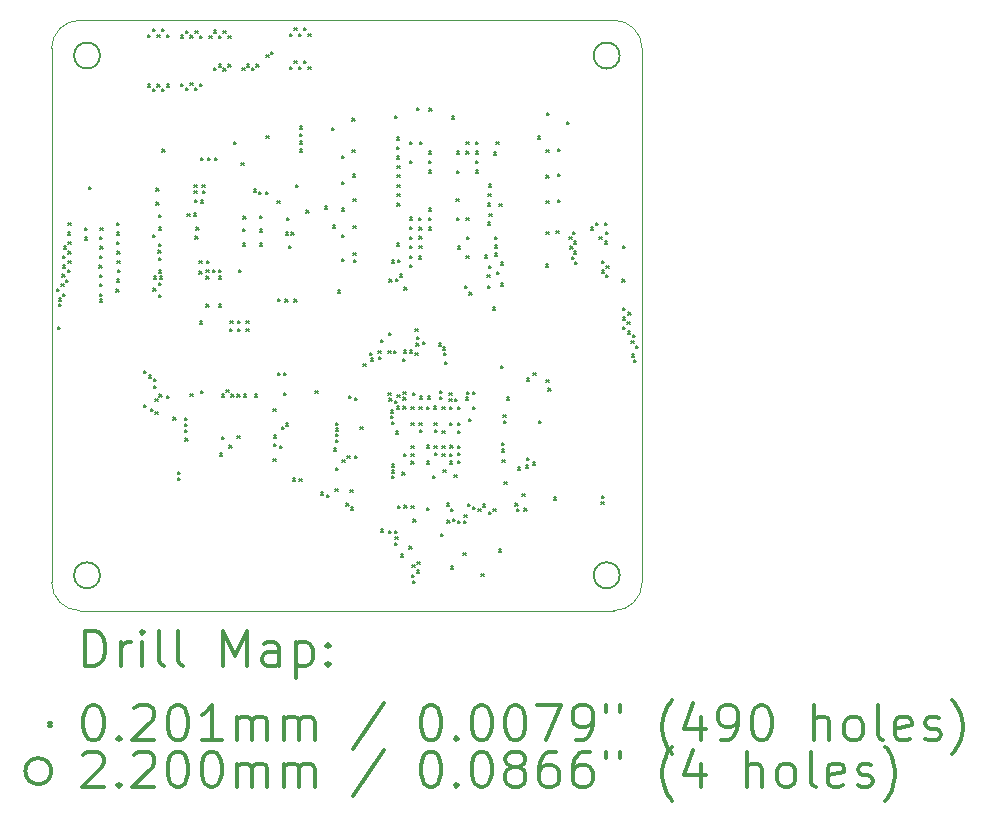
<source format=gbr>
%FSLAX45Y45*%
G04 Gerber Fmt 4.5, Leading zero omitted, Abs format (unit mm)*
G04 Created by KiCad (PCBNEW 5.1.10-88a1d61d58~88~ubuntu20.04.1) date 2021-06-10 18:40:54*
%MOMM*%
%LPD*%
G01*
G04 APERTURE LIST*
%TA.AperFunction,Profile*%
%ADD10C,0.050000*%
%TD*%
%ADD11C,0.200000*%
%ADD12C,0.300000*%
G04 APERTURE END LIST*
D10*
X16500000Y-11410000D02*
G75*
G02*
X16260000Y-11650000I-240000J0D01*
G01*
X11740000Y-11650000D02*
G75*
G02*
X11500000Y-11410000I0J240000D01*
G01*
X16260000Y-6650000D02*
G75*
G02*
X16500000Y-6890000I0J-240000D01*
G01*
X11500000Y-6890000D02*
G75*
G02*
X11740000Y-6650000I240000J0D01*
G01*
X11500000Y-6890000D02*
X11500000Y-7150000D01*
X16260000Y-6650000D02*
X11740000Y-6650000D01*
X16500000Y-11410000D02*
X16500000Y-6890000D01*
X11740000Y-11650000D02*
X16260000Y-11650000D01*
X11500000Y-7150000D02*
X11500000Y-11410000D01*
D11*
X11544967Y-8925967D02*
X11565033Y-8946033D01*
X11565033Y-8925967D02*
X11544967Y-8946033D01*
X11554967Y-9245967D02*
X11575033Y-9266033D01*
X11575033Y-9245967D02*
X11554967Y-9266033D01*
X11560967Y-9003967D02*
X11581033Y-9024033D01*
X11581033Y-9003967D02*
X11560967Y-9024033D01*
X11561466Y-9051965D02*
X11581532Y-9072031D01*
X11581532Y-9051965D02*
X11561466Y-9072031D01*
X11580967Y-8884967D02*
X11601033Y-8905033D01*
X11601033Y-8884967D02*
X11580967Y-8905033D01*
X11590967Y-8802967D02*
X11611033Y-8823033D01*
X11611033Y-8802967D02*
X11590967Y-8823033D01*
X11593967Y-8964967D02*
X11614033Y-8985033D01*
X11614033Y-8964967D02*
X11593967Y-8985033D01*
X11594967Y-8644967D02*
X11615033Y-8665033D01*
X11615033Y-8644967D02*
X11594967Y-8665033D01*
X11595967Y-8724967D02*
X11616033Y-8745033D01*
X11616033Y-8724967D02*
X11595967Y-8745033D01*
X11601967Y-8563967D02*
X11622033Y-8584033D01*
X11622033Y-8563967D02*
X11601967Y-8584033D01*
X11618967Y-8850967D02*
X11639033Y-8871033D01*
X11639033Y-8850967D02*
X11618967Y-8871033D01*
X11637967Y-8764967D02*
X11658033Y-8785033D01*
X11658033Y-8764967D02*
X11637967Y-8785033D01*
X11639967Y-8445967D02*
X11660033Y-8466033D01*
X11660033Y-8445967D02*
X11639967Y-8466033D01*
X11640967Y-8365967D02*
X11661033Y-8386033D01*
X11661033Y-8365967D02*
X11640967Y-8386033D01*
X11640967Y-8606967D02*
X11661033Y-8627033D01*
X11661033Y-8606967D02*
X11640967Y-8627033D01*
X11640967Y-8685967D02*
X11661033Y-8706033D01*
X11661033Y-8685967D02*
X11640967Y-8706033D01*
X11641967Y-8525967D02*
X11662033Y-8546033D01*
X11662033Y-8525967D02*
X11641967Y-8546033D01*
X11778967Y-8488967D02*
X11799033Y-8509033D01*
X11799033Y-8488967D02*
X11778967Y-8509033D01*
X11781466Y-8405967D02*
X11801532Y-8426033D01*
X11801532Y-8405967D02*
X11781466Y-8426033D01*
X11817649Y-8063649D02*
X11837715Y-8083715D01*
X11837715Y-8063649D02*
X11817649Y-8083715D01*
X11904967Y-8725967D02*
X11925033Y-8746033D01*
X11925033Y-8725967D02*
X11904967Y-8746033D01*
X11905967Y-8647967D02*
X11926033Y-8668033D01*
X11926033Y-8647967D02*
X11905967Y-8668033D01*
X11908967Y-8486967D02*
X11929033Y-8507033D01*
X11929033Y-8486967D02*
X11908967Y-8507033D01*
X11909967Y-8804967D02*
X11930033Y-8825033D01*
X11930033Y-8804967D02*
X11909967Y-8825033D01*
X11910967Y-8884967D02*
X11931033Y-8905033D01*
X11931033Y-8884967D02*
X11910967Y-8905033D01*
X11910967Y-8965967D02*
X11931033Y-8986033D01*
X11931033Y-8965967D02*
X11910967Y-8986033D01*
X11910967Y-9013967D02*
X11931033Y-9034033D01*
X11931033Y-9013967D02*
X11910967Y-9034033D01*
X11911967Y-8405967D02*
X11932033Y-8426033D01*
X11932033Y-8405967D02*
X11911967Y-8426033D01*
X11913967Y-8564967D02*
X11934033Y-8585033D01*
X11934033Y-8564967D02*
X11913967Y-8585033D01*
X12047967Y-8927967D02*
X12068033Y-8948033D01*
X12068033Y-8927967D02*
X12047967Y-8948033D01*
X12051967Y-8445967D02*
X12072033Y-8466033D01*
X12072033Y-8445967D02*
X12051967Y-8466033D01*
X12053967Y-8365967D02*
X12074033Y-8386033D01*
X12074033Y-8365967D02*
X12053967Y-8386033D01*
X12054967Y-8527967D02*
X12075033Y-8548033D01*
X12075033Y-8527967D02*
X12054967Y-8548033D01*
X12054967Y-8844967D02*
X12075033Y-8865033D01*
X12075033Y-8844967D02*
X12054967Y-8865033D01*
X12056967Y-8607967D02*
X12077033Y-8628033D01*
X12077033Y-8607967D02*
X12056967Y-8628033D01*
X12057967Y-8687967D02*
X12078033Y-8708033D01*
X12078033Y-8687967D02*
X12057967Y-8708033D01*
X12058967Y-8765967D02*
X12079033Y-8786033D01*
X12079033Y-8765967D02*
X12058967Y-8786033D01*
X12280967Y-9618967D02*
X12301033Y-9639033D01*
X12301033Y-9618967D02*
X12280967Y-9639033D01*
X12280967Y-9905967D02*
X12301033Y-9926033D01*
X12301033Y-9905967D02*
X12280967Y-9926033D01*
X12314967Y-6773967D02*
X12335033Y-6794033D01*
X12335033Y-6773967D02*
X12314967Y-6794033D01*
X12314967Y-7193967D02*
X12335033Y-7214033D01*
X12335033Y-7193967D02*
X12314967Y-7214033D01*
X12323967Y-9655967D02*
X12344033Y-9676033D01*
X12344033Y-9655967D02*
X12323967Y-9676033D01*
X12340961Y-9939648D02*
X12361027Y-9959714D01*
X12361027Y-9939648D02*
X12340961Y-9959714D01*
X12354967Y-6723967D02*
X12375033Y-6744033D01*
X12375033Y-6723967D02*
X12354967Y-6744033D01*
X12354967Y-7233967D02*
X12375033Y-7254033D01*
X12375033Y-7233967D02*
X12354967Y-7254033D01*
X12355967Y-8467967D02*
X12376033Y-8488033D01*
X12376033Y-8467967D02*
X12355967Y-8488033D01*
X12360967Y-8921967D02*
X12381033Y-8942033D01*
X12381033Y-8921967D02*
X12360967Y-8942033D01*
X12362967Y-8817967D02*
X12383033Y-8838033D01*
X12383033Y-8817967D02*
X12362967Y-8838033D01*
X12362967Y-9688967D02*
X12383033Y-9709033D01*
X12383033Y-9688967D02*
X12362967Y-9709033D01*
X12363967Y-9744694D02*
X12384033Y-9764760D01*
X12384033Y-9744694D02*
X12363967Y-9764760D01*
X12376915Y-9854556D02*
X12396981Y-9874622D01*
X12396981Y-9854556D02*
X12376915Y-9874622D01*
X12378967Y-9968967D02*
X12399033Y-9989033D01*
X12399033Y-9968967D02*
X12378967Y-9989033D01*
X12385467Y-8072967D02*
X12405533Y-8093033D01*
X12405533Y-8072967D02*
X12385467Y-8093033D01*
X12385467Y-8192967D02*
X12405533Y-8213033D01*
X12405533Y-8192967D02*
X12385467Y-8213033D01*
X12394967Y-6773967D02*
X12415033Y-6794033D01*
X12415033Y-6773967D02*
X12394967Y-6794033D01*
X12394967Y-7193967D02*
X12415033Y-7214033D01*
X12415033Y-7193967D02*
X12394967Y-7214033D01*
X12402967Y-8600467D02*
X12423033Y-8620533D01*
X12423033Y-8600467D02*
X12402967Y-8620533D01*
X12405467Y-8542967D02*
X12425533Y-8563033D01*
X12425533Y-8542967D02*
X12405467Y-8563033D01*
X12405467Y-8662967D02*
X12425533Y-8683033D01*
X12425533Y-8662967D02*
X12405467Y-8683033D01*
X12405467Y-8767967D02*
X12425533Y-8788033D01*
X12425533Y-8767967D02*
X12405467Y-8788033D01*
X12407967Y-8300467D02*
X12428033Y-8320533D01*
X12428033Y-8300467D02*
X12407967Y-8320533D01*
X12407967Y-8402967D02*
X12428033Y-8423033D01*
X12428033Y-8402967D02*
X12407967Y-8423033D01*
X12407967Y-8875467D02*
X12428033Y-8895533D01*
X12428033Y-8875467D02*
X12407967Y-8895533D01*
X12407967Y-8975804D02*
X12428033Y-8995870D01*
X12428033Y-8975804D02*
X12407967Y-8995870D01*
X12410969Y-9817720D02*
X12431035Y-9837786D01*
X12431035Y-9817720D02*
X12410969Y-9837786D01*
X12413967Y-8819967D02*
X12434033Y-8840033D01*
X12434033Y-8819967D02*
X12413967Y-8840033D01*
X12434967Y-6723967D02*
X12455033Y-6744033D01*
X12455033Y-6723967D02*
X12434967Y-6744033D01*
X12434967Y-7233967D02*
X12455033Y-7254033D01*
X12455033Y-7233967D02*
X12434967Y-7254033D01*
X12437967Y-7742967D02*
X12458033Y-7763033D01*
X12458033Y-7742967D02*
X12437967Y-7763033D01*
X12473967Y-9829967D02*
X12494033Y-9850033D01*
X12494033Y-9829967D02*
X12473967Y-9850033D01*
X12474967Y-6773967D02*
X12495033Y-6794033D01*
X12495033Y-6773967D02*
X12474967Y-6794033D01*
X12474967Y-7193967D02*
X12495033Y-7214033D01*
X12495033Y-7193967D02*
X12474967Y-7214033D01*
X12529967Y-10013967D02*
X12550033Y-10034033D01*
X12550033Y-10013967D02*
X12529967Y-10034033D01*
X12567967Y-10476967D02*
X12588033Y-10497033D01*
X12588033Y-10476967D02*
X12567967Y-10497033D01*
X12568988Y-10524956D02*
X12589054Y-10545022D01*
X12589054Y-10524956D02*
X12568988Y-10545022D01*
X12594967Y-6779967D02*
X12615033Y-6800033D01*
X12615033Y-6779967D02*
X12594967Y-6800033D01*
X12594967Y-7189967D02*
X12615033Y-7210033D01*
X12615033Y-7189967D02*
X12594967Y-7210033D01*
X12627967Y-10016967D02*
X12648033Y-10037033D01*
X12648033Y-10016967D02*
X12627967Y-10037033D01*
X12628967Y-10066967D02*
X12649033Y-10087033D01*
X12649033Y-10066967D02*
X12628967Y-10087033D01*
X12629967Y-10117967D02*
X12650033Y-10138033D01*
X12650033Y-10117967D02*
X12629967Y-10138033D01*
X12630967Y-10189967D02*
X12651033Y-10210033D01*
X12651033Y-10189967D02*
X12630967Y-10210033D01*
X12634967Y-6741967D02*
X12655033Y-6762033D01*
X12655033Y-6741967D02*
X12634967Y-6762033D01*
X12634967Y-7221967D02*
X12655033Y-7242033D01*
X12655033Y-7221967D02*
X12634967Y-7242033D01*
X12648967Y-8288967D02*
X12669033Y-8309033D01*
X12669033Y-8288967D02*
X12648967Y-8309033D01*
X12673967Y-9814967D02*
X12694033Y-9835033D01*
X12694033Y-9814967D02*
X12673967Y-9835033D01*
X12674967Y-6779967D02*
X12695033Y-6800033D01*
X12695033Y-6779967D02*
X12674967Y-6800033D01*
X12674967Y-7182967D02*
X12695033Y-7203033D01*
X12695033Y-7182967D02*
X12674967Y-7203033D01*
X12703967Y-8286967D02*
X12724033Y-8307033D01*
X12724033Y-8286967D02*
X12703967Y-8307033D01*
X12707967Y-8045467D02*
X12728033Y-8065533D01*
X12728033Y-8045467D02*
X12707967Y-8065533D01*
X12707967Y-8095467D02*
X12728033Y-8115533D01*
X12728033Y-8095467D02*
X12707967Y-8115533D01*
X12710467Y-8172967D02*
X12730533Y-8193033D01*
X12730533Y-8172967D02*
X12710467Y-8193033D01*
X12714967Y-7223967D02*
X12735033Y-7244033D01*
X12735033Y-7223967D02*
X12714967Y-7244033D01*
X12715967Y-6739967D02*
X12736033Y-6760033D01*
X12736033Y-6739967D02*
X12715967Y-6760033D01*
X12715967Y-8481967D02*
X12736033Y-8502033D01*
X12736033Y-8481967D02*
X12715967Y-8502033D01*
X12725467Y-8402967D02*
X12745533Y-8423033D01*
X12745533Y-8402967D02*
X12725467Y-8423033D01*
X12750467Y-8687967D02*
X12770533Y-8708033D01*
X12770533Y-8687967D02*
X12750467Y-8708033D01*
X12750467Y-8775467D02*
X12770533Y-8795533D01*
X12770533Y-8775467D02*
X12750467Y-8795533D01*
X12752967Y-9200467D02*
X12773033Y-9220533D01*
X12773033Y-9200467D02*
X12752967Y-9220533D01*
X12754967Y-6780967D02*
X12775033Y-6801033D01*
X12775033Y-6780967D02*
X12754967Y-6801033D01*
X12754967Y-7187967D02*
X12775033Y-7208033D01*
X12775033Y-7187967D02*
X12754967Y-7208033D01*
X12762967Y-7815467D02*
X12783033Y-7835533D01*
X12783033Y-7815467D02*
X12762967Y-7835533D01*
X12763967Y-9789967D02*
X12784033Y-9810033D01*
X12784033Y-9789967D02*
X12763967Y-9810033D01*
X12765467Y-8175467D02*
X12785533Y-8195533D01*
X12785533Y-8175467D02*
X12765467Y-8195533D01*
X12775467Y-8045467D02*
X12795533Y-8065533D01*
X12795533Y-8045467D02*
X12775467Y-8065533D01*
X12777967Y-8095467D02*
X12798033Y-8115533D01*
X12798033Y-8095467D02*
X12777967Y-8115533D01*
X12810967Y-8763967D02*
X12831033Y-8784033D01*
X12831033Y-8763967D02*
X12810967Y-8784033D01*
X12810967Y-8817967D02*
X12831033Y-8838033D01*
X12831033Y-8817967D02*
X12810967Y-8838033D01*
X12811348Y-9056349D02*
X12831414Y-9076415D01*
X12831414Y-9056349D02*
X12811348Y-9076415D01*
X12812967Y-8685467D02*
X12833033Y-8705533D01*
X12833033Y-8685467D02*
X12812967Y-8705533D01*
X12820467Y-7815467D02*
X12840533Y-7835533D01*
X12840533Y-7815467D02*
X12820467Y-7835533D01*
X12835967Y-6781967D02*
X12856033Y-6802033D01*
X12856033Y-6781967D02*
X12835967Y-6802033D01*
X12863967Y-8763967D02*
X12884033Y-8784033D01*
X12884033Y-8763967D02*
X12863967Y-8784033D01*
X12874967Y-7053967D02*
X12895033Y-7074033D01*
X12895033Y-7053967D02*
X12874967Y-7074033D01*
X12875967Y-6735967D02*
X12896033Y-6756033D01*
X12896033Y-6735967D02*
X12875967Y-6756033D01*
X12880467Y-7815467D02*
X12900533Y-7835533D01*
X12900533Y-7815467D02*
X12880467Y-7835533D01*
X12914967Y-6781967D02*
X12935033Y-6802033D01*
X12935033Y-6781967D02*
X12914967Y-6802033D01*
X12915467Y-8820467D02*
X12935533Y-8840533D01*
X12935533Y-8820467D02*
X12915467Y-8840533D01*
X12915467Y-9055467D02*
X12935533Y-9075533D01*
X12935533Y-9055467D02*
X12915467Y-9075533D01*
X12915967Y-7022967D02*
X12936033Y-7043033D01*
X12936033Y-7022967D02*
X12915967Y-7043033D01*
X12917967Y-8765467D02*
X12938033Y-8785533D01*
X12938033Y-8765467D02*
X12917967Y-8785533D01*
X12923967Y-10316967D02*
X12944033Y-10337033D01*
X12944033Y-10316967D02*
X12923967Y-10337033D01*
X12939967Y-9818150D02*
X12960033Y-9838216D01*
X12960033Y-9818150D02*
X12939967Y-9838216D01*
X12939967Y-10175967D02*
X12960033Y-10196033D01*
X12960033Y-10175967D02*
X12939967Y-10196033D01*
X12954967Y-6740967D02*
X12975033Y-6761033D01*
X12975033Y-6740967D02*
X12954967Y-6761033D01*
X12954967Y-7056967D02*
X12975033Y-7077033D01*
X12975033Y-7056967D02*
X12954967Y-7077033D01*
X12978967Y-9781206D02*
X12999033Y-9801272D01*
X12999033Y-9781206D02*
X12978967Y-9801272D01*
X12995967Y-6781967D02*
X13016033Y-6802033D01*
X13016033Y-6781967D02*
X12995967Y-6802033D01*
X12995967Y-7022967D02*
X13016033Y-7043033D01*
X13016033Y-7022967D02*
X12995967Y-7043033D01*
X13004967Y-10249967D02*
X13025033Y-10270033D01*
X13025033Y-10249967D02*
X13004967Y-10270033D01*
X13010467Y-9265467D02*
X13030533Y-9285533D01*
X13030533Y-9265467D02*
X13010467Y-9285533D01*
X13012967Y-9197967D02*
X13033033Y-9218033D01*
X13033033Y-9197967D02*
X13012967Y-9218033D01*
X13022967Y-9818150D02*
X13043033Y-9838216D01*
X13043033Y-9818150D02*
X13022967Y-9838216D01*
X13042967Y-7677967D02*
X13063033Y-7698033D01*
X13063033Y-7677967D02*
X13042967Y-7698033D01*
X13073967Y-9818150D02*
X13094033Y-9838216D01*
X13094033Y-9818150D02*
X13073967Y-9838216D01*
X13073967Y-10166967D02*
X13094033Y-10187033D01*
X13094033Y-10166967D02*
X13073967Y-10187033D01*
X13075467Y-9197967D02*
X13095533Y-9218033D01*
X13095533Y-9197967D02*
X13075467Y-9218033D01*
X13075467Y-9265467D02*
X13095533Y-9285533D01*
X13095533Y-9265467D02*
X13075467Y-9285533D01*
X13083967Y-8763967D02*
X13104033Y-8784033D01*
X13104033Y-8763967D02*
X13083967Y-8784033D01*
X13105967Y-7858967D02*
X13126033Y-7879033D01*
X13126033Y-7858967D02*
X13105967Y-7879033D01*
X13115967Y-7055967D02*
X13136033Y-7076033D01*
X13136033Y-7055967D02*
X13115967Y-7076033D01*
X13120467Y-8417967D02*
X13140533Y-8438033D01*
X13140533Y-8417967D02*
X13120467Y-8438033D01*
X13120467Y-8540467D02*
X13140533Y-8560533D01*
X13140533Y-8540467D02*
X13120467Y-8560533D01*
X13122967Y-8310467D02*
X13143033Y-8330533D01*
X13143033Y-8310467D02*
X13122967Y-8330533D01*
X13124967Y-9818150D02*
X13145033Y-9838216D01*
X13145033Y-9818150D02*
X13124967Y-9838216D01*
X13147967Y-9197967D02*
X13168033Y-9218033D01*
X13168033Y-9197967D02*
X13147967Y-9218033D01*
X13147967Y-9265467D02*
X13168033Y-9285533D01*
X13168033Y-9265467D02*
X13147967Y-9285533D01*
X13153967Y-7022967D02*
X13174033Y-7043033D01*
X13174033Y-7022967D02*
X13153967Y-7043033D01*
X13194967Y-7053967D02*
X13215033Y-7074033D01*
X13215033Y-7053967D02*
X13194967Y-7074033D01*
X13212468Y-8081655D02*
X13232534Y-8101721D01*
X13232534Y-8081655D02*
X13212468Y-8101721D01*
X13222967Y-9818150D02*
X13243033Y-9838216D01*
X13243033Y-9818150D02*
X13222967Y-9838216D01*
X13234967Y-7023967D02*
X13255033Y-7044033D01*
X13255033Y-7023967D02*
X13234967Y-7044033D01*
X13254967Y-8103967D02*
X13275033Y-8124033D01*
X13275033Y-8103967D02*
X13254967Y-8124033D01*
X13260467Y-8307967D02*
X13280533Y-8328033D01*
X13280533Y-8307967D02*
X13260467Y-8328033D01*
X13260467Y-8421967D02*
X13280533Y-8442033D01*
X13280533Y-8421967D02*
X13260467Y-8442033D01*
X13260967Y-8540467D02*
X13281033Y-8560533D01*
X13281033Y-8540467D02*
X13260967Y-8560533D01*
X13311967Y-8105967D02*
X13332033Y-8126033D01*
X13332033Y-8105967D02*
X13311967Y-8126033D01*
X13316967Y-6945967D02*
X13337033Y-6966033D01*
X13337033Y-6945967D02*
X13316967Y-6966033D01*
X13317967Y-7627967D02*
X13338033Y-7648033D01*
X13338033Y-7627967D02*
X13317967Y-7648033D01*
X13355967Y-6916967D02*
X13376033Y-6937033D01*
X13376033Y-6916967D02*
X13355967Y-6937033D01*
X13376967Y-10365967D02*
X13397033Y-10386033D01*
X13397033Y-10365967D02*
X13376967Y-10386033D01*
X13377967Y-9940299D02*
X13398033Y-9960365D01*
X13398033Y-9940299D02*
X13377967Y-9960365D01*
X13380967Y-10165967D02*
X13401033Y-10186033D01*
X13401033Y-10165967D02*
X13380967Y-10186033D01*
X13383967Y-10237967D02*
X13404033Y-10258033D01*
X13404033Y-10237967D02*
X13383967Y-10258033D01*
X13409967Y-8177967D02*
X13430033Y-8198033D01*
X13430033Y-8177967D02*
X13409967Y-8198033D01*
X13412967Y-9010467D02*
X13433033Y-9030533D01*
X13433033Y-9010467D02*
X13412967Y-9030533D01*
X13417802Y-9634872D02*
X13437868Y-9654938D01*
X13437868Y-9634872D02*
X13417802Y-9654938D01*
X13430662Y-10252467D02*
X13450728Y-10272533D01*
X13450728Y-10252467D02*
X13430662Y-10272533D01*
X13447967Y-10095967D02*
X13468033Y-10116033D01*
X13468033Y-10095967D02*
X13447967Y-10116033D01*
X13466967Y-9805967D02*
X13487033Y-9826033D01*
X13487033Y-9805967D02*
X13466967Y-9826033D01*
X13467967Y-9634872D02*
X13488033Y-9654938D01*
X13488033Y-9634872D02*
X13467967Y-9654938D01*
X13480467Y-9012967D02*
X13500533Y-9033033D01*
X13500533Y-9012967D02*
X13480467Y-9033033D01*
X13481967Y-8447967D02*
X13502033Y-8468033D01*
X13502033Y-8447967D02*
X13481967Y-8468033D01*
X13485720Y-10062933D02*
X13505786Y-10082999D01*
X13505786Y-10062933D02*
X13485720Y-10082999D01*
X13490467Y-8322967D02*
X13510533Y-8343033D01*
X13510533Y-8322967D02*
X13490467Y-8343033D01*
X13509967Y-8559967D02*
X13530033Y-8580033D01*
X13530033Y-8559967D02*
X13509967Y-8580033D01*
X13514967Y-6763967D02*
X13535033Y-6784033D01*
X13535033Y-6763967D02*
X13514967Y-6784033D01*
X13514967Y-7043967D02*
X13535033Y-7064033D01*
X13535033Y-7043967D02*
X13514967Y-7064033D01*
X13530967Y-8447967D02*
X13551033Y-8468033D01*
X13551033Y-8447967D02*
X13530967Y-8468033D01*
X13540967Y-10529967D02*
X13561033Y-10550033D01*
X13561033Y-10529967D02*
X13540967Y-10550033D01*
X13554967Y-6713967D02*
X13575033Y-6734033D01*
X13575033Y-6713967D02*
X13554967Y-6734033D01*
X13554967Y-6993967D02*
X13575033Y-7014033D01*
X13575033Y-6993967D02*
X13554967Y-7014033D01*
X13555467Y-9012967D02*
X13575533Y-9033033D01*
X13575533Y-9012967D02*
X13555467Y-9033033D01*
X13567967Y-8042967D02*
X13588033Y-8063033D01*
X13588033Y-8042967D02*
X13567967Y-8063033D01*
X13594967Y-6763967D02*
X13615033Y-6784033D01*
X13615033Y-6763967D02*
X13594967Y-6784033D01*
X13594967Y-7043967D02*
X13615033Y-7064033D01*
X13615033Y-7043967D02*
X13594967Y-7064033D01*
X13597967Y-10532129D02*
X13618033Y-10552195D01*
X13618033Y-10532129D02*
X13597967Y-10552195D01*
X13600467Y-7547967D02*
X13620533Y-7568033D01*
X13620533Y-7547967D02*
X13600467Y-7568033D01*
X13600467Y-7610467D02*
X13620533Y-7630533D01*
X13620533Y-7610467D02*
X13600467Y-7630533D01*
X13600467Y-7675467D02*
X13620533Y-7695533D01*
X13620533Y-7675467D02*
X13600467Y-7695533D01*
X13600467Y-7742967D02*
X13620533Y-7763033D01*
X13620533Y-7742967D02*
X13600467Y-7763033D01*
X13634967Y-6713967D02*
X13655033Y-6734033D01*
X13655033Y-6713967D02*
X13634967Y-6734033D01*
X13634967Y-6993967D02*
X13655033Y-7014033D01*
X13655033Y-6993967D02*
X13634967Y-7014033D01*
X13655967Y-8258939D02*
X13676033Y-8279005D01*
X13676033Y-8258939D02*
X13655967Y-8279005D01*
X13674967Y-6763967D02*
X13695033Y-6784033D01*
X13695033Y-6763967D02*
X13674967Y-6784033D01*
X13674967Y-7043967D02*
X13695033Y-7064033D01*
X13695033Y-7043967D02*
X13674967Y-7064033D01*
X13734340Y-9786967D02*
X13754406Y-9807033D01*
X13754406Y-9786967D02*
X13734340Y-9807033D01*
X13781093Y-10648733D02*
X13801159Y-10668799D01*
X13801159Y-10648733D02*
X13781093Y-10668799D01*
X13811967Y-8224967D02*
X13832033Y-8245033D01*
X13832033Y-8224967D02*
X13811967Y-8245033D01*
X13827776Y-10671594D02*
X13847842Y-10691660D01*
X13847842Y-10671594D02*
X13827776Y-10691660D01*
X13871967Y-7560967D02*
X13892033Y-7581033D01*
X13892033Y-7560967D02*
X13871967Y-7581033D01*
X13882967Y-8385967D02*
X13903033Y-8406033D01*
X13903033Y-8385967D02*
X13882967Y-8406033D01*
X13888715Y-10274257D02*
X13908781Y-10294323D01*
X13908781Y-10274257D02*
X13888715Y-10294323D01*
X13900801Y-10618130D02*
X13920867Y-10638196D01*
X13920867Y-10618130D02*
X13900801Y-10638196D01*
X13903967Y-10439967D02*
X13924033Y-10460033D01*
X13924033Y-10439967D02*
X13903967Y-10460033D01*
X13904942Y-10155022D02*
X13925008Y-10175088D01*
X13925008Y-10155022D02*
X13904942Y-10175088D01*
X13905075Y-10203022D02*
X13925141Y-10223088D01*
X13925141Y-10203022D02*
X13905075Y-10223088D01*
X13906201Y-10107038D02*
X13926267Y-10127104D01*
X13926267Y-10107038D02*
X13906201Y-10127104D01*
X13907054Y-10059046D02*
X13927120Y-10079112D01*
X13927120Y-10059046D02*
X13907054Y-10079112D01*
X13925967Y-8937967D02*
X13946033Y-8958033D01*
X13946033Y-8937967D02*
X13925967Y-8958033D01*
X13956967Y-7800967D02*
X13977033Y-7821033D01*
X13977033Y-7800967D02*
X13956967Y-7821033D01*
X13956967Y-8016967D02*
X13977033Y-8037033D01*
X13977033Y-8016967D02*
X13956967Y-8037033D01*
X13956967Y-8241967D02*
X13977033Y-8262033D01*
X13977033Y-8241967D02*
X13956967Y-8262033D01*
X13957967Y-8469967D02*
X13978033Y-8490033D01*
X13978033Y-8469967D02*
X13957967Y-8490033D01*
X13958967Y-8668967D02*
X13979033Y-8689033D01*
X13979033Y-8668967D02*
X13958967Y-8689033D01*
X13960967Y-10372467D02*
X13981033Y-10392533D01*
X13981033Y-10372467D02*
X13960967Y-10392533D01*
X13995967Y-10740632D02*
X14016033Y-10760698D01*
X14016033Y-10740632D02*
X13995967Y-10760698D01*
X14005075Y-10336467D02*
X14025141Y-10356533D01*
X14025141Y-10336467D02*
X14005075Y-10356533D01*
X14015967Y-9831967D02*
X14036033Y-9852033D01*
X14036033Y-9831967D02*
X14015967Y-9852033D01*
X14028298Y-10625262D02*
X14048364Y-10645328D01*
X14048364Y-10625262D02*
X14028298Y-10645328D01*
X14033454Y-10773967D02*
X14053520Y-10794033D01*
X14053520Y-10773967D02*
X14033454Y-10794033D01*
X14044967Y-7479967D02*
X14065033Y-7500033D01*
X14065033Y-7479967D02*
X14044967Y-7500033D01*
X14045967Y-7746967D02*
X14066033Y-7767033D01*
X14066033Y-7746967D02*
X14045967Y-7767033D01*
X14052967Y-7953967D02*
X14073033Y-7974033D01*
X14073033Y-7953967D02*
X14052967Y-7974033D01*
X14053967Y-8161967D02*
X14074033Y-8182033D01*
X14074033Y-8161967D02*
X14053967Y-8182033D01*
X14053967Y-8390967D02*
X14074033Y-8411033D01*
X14074033Y-8390967D02*
X14053967Y-8411033D01*
X14053967Y-8619967D02*
X14074033Y-8640033D01*
X14074033Y-8619967D02*
X14053967Y-8640033D01*
X14056967Y-8678967D02*
X14077033Y-8699033D01*
X14077033Y-8678967D02*
X14056967Y-8699033D01*
X14066967Y-10336467D02*
X14087033Y-10356533D01*
X14087033Y-10336467D02*
X14066967Y-10356533D01*
X14069967Y-9846967D02*
X14090033Y-9867033D01*
X14090033Y-9846967D02*
X14069967Y-9867033D01*
X14113967Y-10091967D02*
X14134033Y-10112033D01*
X14134033Y-10091967D02*
X14113967Y-10112033D01*
X14139967Y-9559967D02*
X14160033Y-9580033D01*
X14160033Y-9559967D02*
X14139967Y-9580033D01*
X14193818Y-9466162D02*
X14213884Y-9486228D01*
X14213884Y-9466162D02*
X14193818Y-9486228D01*
X14202578Y-9513356D02*
X14222644Y-9533422D01*
X14222644Y-9513356D02*
X14202578Y-9533422D01*
X14267787Y-9452016D02*
X14287853Y-9472082D01*
X14287853Y-9452016D02*
X14267787Y-9472082D01*
X14269967Y-9499967D02*
X14290033Y-9520033D01*
X14290033Y-9499967D02*
X14269967Y-9520033D01*
X14285967Y-9354967D02*
X14306033Y-9375033D01*
X14306033Y-9354967D02*
X14285967Y-9375033D01*
X14285967Y-10961480D02*
X14306033Y-10981546D01*
X14306033Y-10961480D02*
X14285967Y-10981546D01*
X14349967Y-9448967D02*
X14370033Y-9469033D01*
X14370033Y-9448967D02*
X14349967Y-9469033D01*
X14350952Y-9805078D02*
X14371018Y-9825144D01*
X14371018Y-9805078D02*
X14350952Y-9825144D01*
X14354285Y-10974285D02*
X14374351Y-10994351D01*
X14374351Y-10974285D02*
X14354285Y-10994351D01*
X14355480Y-9296967D02*
X14375546Y-9317033D01*
X14375546Y-9296967D02*
X14355480Y-9317033D01*
X14358576Y-9852265D02*
X14378642Y-9872331D01*
X14378642Y-9852265D02*
X14358576Y-9872331D01*
X14359967Y-8845967D02*
X14380033Y-8866033D01*
X14380033Y-8845967D02*
X14359967Y-8866033D01*
X14371967Y-9954467D02*
X14392033Y-9974533D01*
X14392033Y-9954467D02*
X14371967Y-9974533D01*
X14371967Y-10002467D02*
X14392033Y-10022533D01*
X14392033Y-10002467D02*
X14371967Y-10022533D01*
X14379967Y-10409967D02*
X14400033Y-10430033D01*
X14400033Y-10409967D02*
X14379967Y-10430033D01*
X14379967Y-10461967D02*
X14400033Y-10482033D01*
X14400033Y-10461967D02*
X14379967Y-10482033D01*
X14379967Y-10509967D02*
X14400033Y-10530033D01*
X14400033Y-10509967D02*
X14379967Y-10530033D01*
X14381967Y-8682967D02*
X14402033Y-8703033D01*
X14402033Y-8682967D02*
X14381967Y-8703033D01*
X14382380Y-10049324D02*
X14402446Y-10069390D01*
X14402446Y-10049324D02*
X14382380Y-10069390D01*
X14397948Y-9447596D02*
X14418014Y-9467662D01*
X14418014Y-9447596D02*
X14397948Y-9467662D01*
X14405104Y-10975104D02*
X14425170Y-10995170D01*
X14425170Y-10975104D02*
X14405104Y-10995170D01*
X14406967Y-7460967D02*
X14427033Y-7481033D01*
X14427033Y-7460967D02*
X14406967Y-7481033D01*
X14406967Y-9874967D02*
X14427033Y-9895033D01*
X14427033Y-9874967D02*
X14406967Y-9895033D01*
X14408671Y-11075974D02*
X14428737Y-11096040D01*
X14428737Y-11075974D02*
X14408671Y-11096040D01*
X14410282Y-11025001D02*
X14430348Y-11045067D01*
X14430348Y-11025001D02*
X14410282Y-11045067D01*
X14411967Y-10129967D02*
X14432033Y-10150033D01*
X14432033Y-10129967D02*
X14411967Y-10150033D01*
X14416967Y-8841967D02*
X14437033Y-8862033D01*
X14437033Y-8841967D02*
X14416967Y-8862033D01*
X14421967Y-8539967D02*
X14442033Y-8560033D01*
X14442033Y-8539967D02*
X14421967Y-8560033D01*
X14423967Y-7642967D02*
X14444033Y-7663033D01*
X14444033Y-7642967D02*
X14423967Y-7663033D01*
X14423967Y-7721967D02*
X14444033Y-7742033D01*
X14444033Y-7721967D02*
X14423967Y-7742033D01*
X14423967Y-7801967D02*
X14444033Y-7822033D01*
X14444033Y-7801967D02*
X14423967Y-7822033D01*
X14425659Y-9921135D02*
X14445725Y-9941201D01*
X14445725Y-9921135D02*
X14425659Y-9941201D01*
X14425967Y-7881967D02*
X14446033Y-7902033D01*
X14446033Y-7881967D02*
X14425967Y-7902033D01*
X14425967Y-7961967D02*
X14446033Y-7982033D01*
X14446033Y-7961967D02*
X14425967Y-7982033D01*
X14425967Y-8122967D02*
X14446033Y-8143033D01*
X14446033Y-8122967D02*
X14425967Y-8143033D01*
X14426967Y-8041967D02*
X14447033Y-8062033D01*
X14447033Y-8041967D02*
X14426967Y-8062033D01*
X14426967Y-8201967D02*
X14447033Y-8222033D01*
X14447033Y-8201967D02*
X14426967Y-8222033D01*
X14426967Y-9824967D02*
X14447033Y-9845033D01*
X14447033Y-9824967D02*
X14426967Y-9845033D01*
X14429967Y-10759967D02*
X14450033Y-10780033D01*
X14450033Y-10759967D02*
X14429967Y-10780033D01*
X14433967Y-8681967D02*
X14454033Y-8702033D01*
X14454033Y-8681967D02*
X14433967Y-8702033D01*
X14450967Y-8801967D02*
X14471033Y-8822033D01*
X14471033Y-8801967D02*
X14450967Y-8822033D01*
X14456967Y-11173967D02*
X14477033Y-11194033D01*
X14477033Y-11173967D02*
X14456967Y-11194033D01*
X14468967Y-10479967D02*
X14489033Y-10500033D01*
X14489033Y-10479967D02*
X14468967Y-10500033D01*
X14473967Y-9519967D02*
X14494033Y-9540033D01*
X14494033Y-9519967D02*
X14473967Y-9540033D01*
X14476967Y-9794967D02*
X14497033Y-9815033D01*
X14497033Y-9794967D02*
X14476967Y-9815033D01*
X14476967Y-9842967D02*
X14497033Y-9863033D01*
X14497033Y-9842967D02*
X14476967Y-9863033D01*
X14476967Y-9919967D02*
X14497033Y-9940033D01*
X14497033Y-9919967D02*
X14476967Y-9940033D01*
X14481967Y-10319967D02*
X14502033Y-10340033D01*
X14502033Y-10319967D02*
X14481967Y-10340033D01*
X14483967Y-9445967D02*
X14504033Y-9466033D01*
X14504033Y-9445967D02*
X14483967Y-9466033D01*
X14484967Y-8911967D02*
X14505033Y-8932033D01*
X14505033Y-8911967D02*
X14484967Y-8932033D01*
X14485967Y-10757967D02*
X14506033Y-10778033D01*
X14506033Y-10757967D02*
X14485967Y-10778033D01*
X14528967Y-11104967D02*
X14549033Y-11125033D01*
X14549033Y-11104967D02*
X14528967Y-11125033D01*
X14531967Y-8401967D02*
X14552033Y-8422033D01*
X14552033Y-8401967D02*
X14531967Y-8422033D01*
X14532453Y-8721967D02*
X14552519Y-8742033D01*
X14552519Y-8721967D02*
X14532453Y-8742033D01*
X14532967Y-8560967D02*
X14553033Y-8581033D01*
X14553033Y-8560967D02*
X14532967Y-8581033D01*
X14532967Y-9446967D02*
X14553033Y-9467033D01*
X14553033Y-9446967D02*
X14532967Y-9467033D01*
X14533967Y-7681967D02*
X14554033Y-7702033D01*
X14554033Y-7681967D02*
X14533967Y-7702033D01*
X14533967Y-7840967D02*
X14554033Y-7861033D01*
X14554033Y-7840967D02*
X14533967Y-7861033D01*
X14533967Y-8483967D02*
X14554033Y-8504033D01*
X14554033Y-8483967D02*
X14533967Y-8504033D01*
X14533967Y-8642967D02*
X14554033Y-8663033D01*
X14554033Y-8642967D02*
X14533967Y-8663033D01*
X14534967Y-8320967D02*
X14555033Y-8341033D01*
X14555033Y-8320967D02*
X14534967Y-8341033D01*
X14544967Y-10254967D02*
X14565033Y-10275033D01*
X14565033Y-10254967D02*
X14544967Y-10275033D01*
X14544967Y-10759967D02*
X14565033Y-10780033D01*
X14565033Y-10759967D02*
X14544967Y-10780033D01*
X14546967Y-9924967D02*
X14567033Y-9945033D01*
X14567033Y-9924967D02*
X14546967Y-9945033D01*
X14546967Y-10059967D02*
X14567033Y-10080033D01*
X14567033Y-10059967D02*
X14546967Y-10080033D01*
X14546967Y-10319967D02*
X14567033Y-10340033D01*
X14567033Y-10319967D02*
X14546967Y-10340033D01*
X14546967Y-10384967D02*
X14567033Y-10405033D01*
X14567033Y-10384967D02*
X14546967Y-10405033D01*
X14552075Y-11345667D02*
X14572141Y-11365733D01*
X14572141Y-11345667D02*
X14552075Y-11365733D01*
X14554294Y-11262385D02*
X14574360Y-11282451D01*
X14574360Y-11262385D02*
X14554294Y-11282451D01*
X14556967Y-9804967D02*
X14577033Y-9825033D01*
X14577033Y-9804967D02*
X14556967Y-9825033D01*
X14557898Y-11395493D02*
X14577964Y-11415559D01*
X14577964Y-11395493D02*
X14557898Y-11415559D01*
X14561477Y-10876480D02*
X14581543Y-10896546D01*
X14581543Y-10876480D02*
X14561477Y-10896546D01*
X14578967Y-9465967D02*
X14599033Y-9486033D01*
X14599033Y-9465967D02*
X14578967Y-9486033D01*
X14580967Y-9265967D02*
X14601033Y-9286033D01*
X14601033Y-9265967D02*
X14580967Y-9286033D01*
X14586967Y-9384967D02*
X14607033Y-9405033D01*
X14607033Y-9384967D02*
X14586967Y-9405033D01*
X14590967Y-11309155D02*
X14611033Y-11329221D01*
X14611033Y-11309155D02*
X14590967Y-11329221D01*
X14594967Y-7393967D02*
X14615033Y-7414033D01*
X14615033Y-7393967D02*
X14594967Y-7414033D01*
X14594967Y-9328967D02*
X14615033Y-9349033D01*
X14615033Y-9328967D02*
X14594967Y-9349033D01*
X14597039Y-11236129D02*
X14617105Y-11256195D01*
X14617105Y-11236129D02*
X14597039Y-11256195D01*
X14608967Y-8648967D02*
X14629033Y-8669033D01*
X14629033Y-8648967D02*
X14608967Y-8669033D01*
X14610967Y-8322967D02*
X14631033Y-8343033D01*
X14631033Y-8322967D02*
X14610967Y-8343033D01*
X14611967Y-8481967D02*
X14632033Y-8502033D01*
X14632033Y-8481967D02*
X14611967Y-8502033D01*
X14611967Y-8559967D02*
X14632033Y-8580033D01*
X14632033Y-8559967D02*
X14611967Y-8580033D01*
X14611967Y-9924967D02*
X14632033Y-9945033D01*
X14632033Y-9924967D02*
X14611967Y-9945033D01*
X14611967Y-10059967D02*
X14632033Y-10080033D01*
X14632033Y-10059967D02*
X14611967Y-10080033D01*
X14612967Y-8402967D02*
X14633033Y-8423033D01*
X14633033Y-8402967D02*
X14612967Y-8423033D01*
X14615967Y-7679967D02*
X14636033Y-7700033D01*
X14636033Y-7679967D02*
X14615967Y-7700033D01*
X14616967Y-9834967D02*
X14637033Y-9855033D01*
X14637033Y-9834967D02*
X14616967Y-9855033D01*
X14616967Y-10119967D02*
X14637033Y-10140033D01*
X14637033Y-10119967D02*
X14616967Y-10140033D01*
X14641967Y-9372967D02*
X14662033Y-9393033D01*
X14662033Y-9372967D02*
X14641967Y-9393033D01*
X14675967Y-10779967D02*
X14696033Y-10800033D01*
X14696033Y-10779967D02*
X14675967Y-10800033D01*
X14676967Y-9924967D02*
X14697033Y-9945033D01*
X14697033Y-9924967D02*
X14676967Y-9945033D01*
X14676967Y-10249967D02*
X14697033Y-10270033D01*
X14697033Y-10249967D02*
X14676967Y-10270033D01*
X14676967Y-10384967D02*
X14697033Y-10405033D01*
X14697033Y-10384967D02*
X14676967Y-10405033D01*
X14686967Y-9834967D02*
X14707033Y-9855033D01*
X14707033Y-9834967D02*
X14686967Y-9855033D01*
X14691967Y-8321967D02*
X14712033Y-8342033D01*
X14712033Y-8321967D02*
X14691967Y-8342033D01*
X14692852Y-8243130D02*
X14712918Y-8263196D01*
X14712918Y-8243130D02*
X14692852Y-8263196D01*
X14693130Y-7760967D02*
X14713196Y-7781033D01*
X14713196Y-7760967D02*
X14693130Y-7781033D01*
X14693130Y-7838967D02*
X14713196Y-7859033D01*
X14713196Y-7838967D02*
X14693130Y-7859033D01*
X14693130Y-7921967D02*
X14713196Y-7942033D01*
X14713196Y-7921967D02*
X14693130Y-7942033D01*
X14693967Y-8402967D02*
X14714033Y-8423033D01*
X14714033Y-8402967D02*
X14693967Y-8423033D01*
X14698967Y-7396967D02*
X14719033Y-7417033D01*
X14719033Y-7396967D02*
X14698967Y-7417033D01*
X14729967Y-10505967D02*
X14750033Y-10526033D01*
X14750033Y-10505967D02*
X14729967Y-10526033D01*
X14736967Y-9919967D02*
X14757033Y-9940033D01*
X14757033Y-9919967D02*
X14736967Y-9940033D01*
X14741967Y-10059967D02*
X14762033Y-10080033D01*
X14762033Y-10059967D02*
X14741967Y-10080033D01*
X14741967Y-10254967D02*
X14762033Y-10275033D01*
X14762033Y-10254967D02*
X14741967Y-10275033D01*
X14742967Y-10119967D02*
X14763033Y-10140033D01*
X14763033Y-10119967D02*
X14742967Y-10140033D01*
X14744967Y-10313967D02*
X14765033Y-10334033D01*
X14765033Y-10313967D02*
X14744967Y-10334033D01*
X14778967Y-9385967D02*
X14799033Y-9406033D01*
X14799033Y-9385967D02*
X14778967Y-9406033D01*
X14784784Y-9790396D02*
X14804850Y-9810462D01*
X14804850Y-9790396D02*
X14784784Y-9810462D01*
X14787132Y-9838339D02*
X14807198Y-9858405D01*
X14807198Y-9838339D02*
X14787132Y-9858405D01*
X14793444Y-10998967D02*
X14813510Y-11019033D01*
X14813510Y-10998967D02*
X14793444Y-11019033D01*
X14806967Y-9924967D02*
X14827033Y-9945033D01*
X14827033Y-9924967D02*
X14806967Y-9945033D01*
X14806967Y-10124967D02*
X14827033Y-10145033D01*
X14827033Y-10124967D02*
X14806967Y-10145033D01*
X14806967Y-10254967D02*
X14827033Y-10275033D01*
X14827033Y-10254967D02*
X14806967Y-10275033D01*
X14806967Y-10319967D02*
X14827033Y-10340033D01*
X14827033Y-10319967D02*
X14806967Y-10340033D01*
X14812908Y-9419908D02*
X14832974Y-9439974D01*
X14832974Y-9419908D02*
X14812908Y-9439974D01*
X14816967Y-10454967D02*
X14837033Y-10475033D01*
X14837033Y-10454967D02*
X14816967Y-10475033D01*
X14819596Y-9467440D02*
X14839662Y-9487506D01*
X14839662Y-9467440D02*
X14819596Y-9487506D01*
X14828182Y-9540752D02*
X14848248Y-9560818D01*
X14848248Y-9540752D02*
X14828182Y-9560818D01*
X14845967Y-10741967D02*
X14866033Y-10762033D01*
X14866033Y-10741967D02*
X14845967Y-10762033D01*
X14849967Y-10884967D02*
X14870033Y-10905033D01*
X14870033Y-10884967D02*
X14849967Y-10905033D01*
X14866967Y-9804967D02*
X14887033Y-9825033D01*
X14887033Y-9804967D02*
X14866967Y-9825033D01*
X14866967Y-9854967D02*
X14887033Y-9875033D01*
X14887033Y-9854967D02*
X14866967Y-9875033D01*
X14871967Y-9924967D02*
X14892033Y-9945033D01*
X14892033Y-9924967D02*
X14871967Y-9945033D01*
X14871967Y-10059967D02*
X14892033Y-10080033D01*
X14892033Y-10059967D02*
X14871967Y-10080033D01*
X14871967Y-10319967D02*
X14892033Y-10340033D01*
X14892033Y-10319967D02*
X14871967Y-10340033D01*
X14871967Y-10384967D02*
X14892033Y-10405033D01*
X14892033Y-10384967D02*
X14871967Y-10405033D01*
X14876967Y-10249967D02*
X14897033Y-10270033D01*
X14897033Y-10249967D02*
X14876967Y-10270033D01*
X14877967Y-10789967D02*
X14898033Y-10810033D01*
X14898033Y-10789967D02*
X14877967Y-10810033D01*
X14878967Y-11274967D02*
X14899033Y-11295033D01*
X14899033Y-11274967D02*
X14878967Y-11295033D01*
X14888967Y-7463967D02*
X14909033Y-7484033D01*
X14909033Y-7463967D02*
X14888967Y-7484033D01*
X14896453Y-10872967D02*
X14916519Y-10893033D01*
X14916519Y-10872967D02*
X14896453Y-10893033D01*
X14909967Y-10499967D02*
X14930033Y-10520033D01*
X14930033Y-10499967D02*
X14909967Y-10520033D01*
X14914967Y-9854967D02*
X14935033Y-9875033D01*
X14935033Y-9854967D02*
X14914967Y-9875033D01*
X14926967Y-8163967D02*
X14947033Y-8184033D01*
X14947033Y-8163967D02*
X14926967Y-8184033D01*
X14930967Y-7923967D02*
X14951033Y-7944033D01*
X14951033Y-7923967D02*
X14930967Y-7944033D01*
X14931967Y-8321967D02*
X14952033Y-8342033D01*
X14952033Y-8321967D02*
X14931967Y-8342033D01*
X14932967Y-7761967D02*
X14953033Y-7782033D01*
X14953033Y-7761967D02*
X14932967Y-7782033D01*
X14936967Y-9924967D02*
X14957033Y-9945033D01*
X14957033Y-9924967D02*
X14936967Y-9945033D01*
X14936967Y-10059967D02*
X14957033Y-10080033D01*
X14957033Y-10059967D02*
X14936967Y-10080033D01*
X14936967Y-10124967D02*
X14957033Y-10145033D01*
X14957033Y-10124967D02*
X14936967Y-10145033D01*
X14936967Y-10254967D02*
X14957033Y-10275033D01*
X14957033Y-10254967D02*
X14936967Y-10275033D01*
X14936967Y-10314967D02*
X14957033Y-10335033D01*
X14957033Y-10314967D02*
X14936967Y-10335033D01*
X14936967Y-10380967D02*
X14957033Y-10401033D01*
X14957033Y-10380967D02*
X14936967Y-10401033D01*
X14938967Y-8563967D02*
X14959033Y-8584033D01*
X14959033Y-8563967D02*
X14938967Y-8584033D01*
X14941679Y-10889049D02*
X14961745Y-10909115D01*
X14961745Y-10889049D02*
X14941679Y-10909115D01*
X14986967Y-11158967D02*
X15007033Y-11179033D01*
X15007033Y-11158967D02*
X14986967Y-11179033D01*
X14989664Y-10887854D02*
X15009730Y-10907920D01*
X15009730Y-10887854D02*
X14989664Y-10907920D01*
X14992990Y-10839990D02*
X15013056Y-10860056D01*
X15013056Y-10839990D02*
X14992990Y-10860056D01*
X15000290Y-8898967D02*
X15020356Y-8919033D01*
X15020356Y-8898967D02*
X15000290Y-8919033D01*
X15006967Y-9844967D02*
X15027033Y-9865033D01*
X15027033Y-9844967D02*
X15006967Y-9865033D01*
X15011967Y-7760967D02*
X15032033Y-7781033D01*
X15032033Y-7760967D02*
X15011967Y-7781033D01*
X15011967Y-8643967D02*
X15032033Y-8664033D01*
X15032033Y-8643967D02*
X15011967Y-8664033D01*
X15012803Y-8322967D02*
X15032869Y-8343033D01*
X15032869Y-8322967D02*
X15012803Y-8343033D01*
X15012967Y-7680967D02*
X15033033Y-7701033D01*
X15033033Y-7680967D02*
X15012967Y-7701033D01*
X15014130Y-8482556D02*
X15034196Y-8502622D01*
X15034196Y-8482556D02*
X15014130Y-8502622D01*
X15016967Y-9794967D02*
X15037033Y-9815033D01*
X15037033Y-9794967D02*
X15016967Y-9815033D01*
X15025967Y-10742967D02*
X15046033Y-10763033D01*
X15046033Y-10742967D02*
X15025967Y-10763033D01*
X15031967Y-10024967D02*
X15052033Y-10045033D01*
X15052033Y-10024967D02*
X15031967Y-10045033D01*
X15036454Y-8955967D02*
X15056520Y-8976033D01*
X15056520Y-8955967D02*
X15036454Y-8976033D01*
X15065967Y-10769967D02*
X15086033Y-10790033D01*
X15086033Y-10769967D02*
X15065967Y-10790033D01*
X15066967Y-9794967D02*
X15087033Y-9815033D01*
X15087033Y-9794967D02*
X15066967Y-9815033D01*
X15066967Y-9924967D02*
X15087033Y-9945033D01*
X15087033Y-9924967D02*
X15066967Y-9945033D01*
X15091967Y-7761967D02*
X15112033Y-7782033D01*
X15112033Y-7761967D02*
X15091967Y-7782033D01*
X15091967Y-7841967D02*
X15112033Y-7862033D01*
X15112033Y-7841967D02*
X15091967Y-7862033D01*
X15091967Y-7920967D02*
X15112033Y-7941033D01*
X15112033Y-7920967D02*
X15091967Y-7941033D01*
X15093967Y-7681967D02*
X15114033Y-7702033D01*
X15114033Y-7681967D02*
X15093967Y-7702033D01*
X15111967Y-10786967D02*
X15132033Y-10807033D01*
X15132033Y-10786967D02*
X15111967Y-10807033D01*
X15138967Y-11335967D02*
X15159033Y-11356033D01*
X15159033Y-11335967D02*
X15138967Y-11356033D01*
X15150967Y-10748967D02*
X15171033Y-10769033D01*
X15171033Y-10748967D02*
X15150967Y-10769033D01*
X15166752Y-8639721D02*
X15186818Y-8659787D01*
X15186818Y-8639721D02*
X15166752Y-8659787D01*
X15188551Y-8808816D02*
X15208617Y-8828882D01*
X15208617Y-8808816D02*
X15188551Y-8828882D01*
X15192967Y-8361967D02*
X15213033Y-8382033D01*
X15213033Y-8361967D02*
X15192967Y-8382033D01*
X15192967Y-8899143D02*
X15213033Y-8919209D01*
X15213033Y-8899143D02*
X15192967Y-8919209D01*
X15194967Y-8201967D02*
X15215033Y-8222033D01*
X15215033Y-8201967D02*
X15194967Y-8222033D01*
X15197967Y-8122130D02*
X15218033Y-8142196D01*
X15218033Y-8122130D02*
X15197967Y-8142196D01*
X15199621Y-10810350D02*
X15219687Y-10830416D01*
X15219687Y-10810350D02*
X15199621Y-10830416D01*
X15200186Y-8728490D02*
X15220252Y-8748556D01*
X15220252Y-8728490D02*
X15200186Y-8748556D01*
X15200967Y-8038967D02*
X15221033Y-8059033D01*
X15221033Y-8038967D02*
X15200967Y-8059033D01*
X15206967Y-8291967D02*
X15227033Y-8312033D01*
X15227033Y-8291967D02*
X15206967Y-8312033D01*
X15233967Y-9081967D02*
X15254033Y-9102033D01*
X15254033Y-9081967D02*
X15233967Y-9102033D01*
X15240967Y-10785967D02*
X15261033Y-10806033D01*
X15261033Y-10785967D02*
X15240967Y-10806033D01*
X15245967Y-7767967D02*
X15266033Y-7788033D01*
X15266033Y-7767967D02*
X15245967Y-7788033D01*
X15251967Y-8482967D02*
X15272033Y-8503033D01*
X15272033Y-8482967D02*
X15251967Y-8503033D01*
X15253967Y-8557131D02*
X15274033Y-8577197D01*
X15274033Y-8557131D02*
X15253967Y-8577197D01*
X15254967Y-8625804D02*
X15275033Y-8645870D01*
X15275033Y-8625804D02*
X15254967Y-8645870D01*
X15264967Y-7680967D02*
X15285033Y-7701033D01*
X15285033Y-7680967D02*
X15264967Y-7701033D01*
X15269003Y-8780003D02*
X15289069Y-8800069D01*
X15289069Y-8780003D02*
X15269003Y-8800069D01*
X15285967Y-11131967D02*
X15306033Y-11152033D01*
X15306033Y-11131967D02*
X15285967Y-11152033D01*
X15289967Y-8204804D02*
X15310033Y-8224870D01*
X15310033Y-8204804D02*
X15289967Y-8224870D01*
X15300967Y-8700967D02*
X15321033Y-8721033D01*
X15321033Y-8700967D02*
X15300967Y-8721033D01*
X15301967Y-8878967D02*
X15322033Y-8899033D01*
X15322033Y-8878967D02*
X15301967Y-8899033D01*
X15305967Y-9578967D02*
X15326033Y-9599033D01*
X15326033Y-9578967D02*
X15305967Y-9599033D01*
X15310967Y-10227967D02*
X15331033Y-10248033D01*
X15331033Y-10227967D02*
X15310967Y-10248033D01*
X15312967Y-10282942D02*
X15333033Y-10303008D01*
X15333033Y-10282942D02*
X15312967Y-10303008D01*
X15316967Y-10372305D02*
X15337033Y-10392371D01*
X15337033Y-10372305D02*
X15316967Y-10392371D01*
X15325967Y-9989967D02*
X15346033Y-10010033D01*
X15346033Y-9989967D02*
X15325967Y-10010033D01*
X15327967Y-10040967D02*
X15348033Y-10061033D01*
X15348033Y-10040967D02*
X15327967Y-10061033D01*
X15333967Y-10560967D02*
X15354033Y-10581033D01*
X15354033Y-10560967D02*
X15333967Y-10581033D01*
X15353967Y-9842967D02*
X15374033Y-9863033D01*
X15374033Y-9842967D02*
X15353967Y-9863033D01*
X15424967Y-10739967D02*
X15445033Y-10760033D01*
X15445033Y-10739967D02*
X15424967Y-10760033D01*
X15438967Y-10785967D02*
X15459033Y-10806033D01*
X15459033Y-10785967D02*
X15438967Y-10806033D01*
X15446967Y-10434967D02*
X15467033Y-10455033D01*
X15467033Y-10434967D02*
X15446967Y-10455033D01*
X15486967Y-10660967D02*
X15507033Y-10681033D01*
X15507033Y-10660967D02*
X15486967Y-10681033D01*
X15503967Y-10783967D02*
X15524033Y-10804033D01*
X15524033Y-10783967D02*
X15503967Y-10804033D01*
X15516967Y-10419967D02*
X15537033Y-10440033D01*
X15537033Y-10419967D02*
X15516967Y-10440033D01*
X15521967Y-10355967D02*
X15542033Y-10376033D01*
X15542033Y-10355967D02*
X15521967Y-10376033D01*
X15525538Y-9683538D02*
X15545604Y-9703604D01*
X15545604Y-9683538D02*
X15525538Y-9703604D01*
X15572967Y-10393967D02*
X15593033Y-10414033D01*
X15593033Y-10393967D02*
X15572967Y-10414033D01*
X15577967Y-9634967D02*
X15598033Y-9655033D01*
X15598033Y-9634967D02*
X15577967Y-9655033D01*
X15615967Y-7634967D02*
X15636033Y-7655033D01*
X15636033Y-7634967D02*
X15615967Y-7655033D01*
X15622967Y-10043967D02*
X15643033Y-10064033D01*
X15643033Y-10043967D02*
X15622967Y-10064033D01*
X15685967Y-8718967D02*
X15706033Y-8739033D01*
X15706033Y-8718967D02*
X15685967Y-8739033D01*
X15688967Y-7749967D02*
X15709033Y-7770033D01*
X15709033Y-7749967D02*
X15688967Y-7770033D01*
X15688967Y-8180967D02*
X15709033Y-8201033D01*
X15709033Y-8180967D02*
X15688967Y-8201033D01*
X15688967Y-8444967D02*
X15709033Y-8465033D01*
X15709033Y-8444967D02*
X15688967Y-8465033D01*
X15689967Y-7964967D02*
X15710033Y-7985033D01*
X15710033Y-7964967D02*
X15689967Y-7985033D01*
X15689967Y-9693967D02*
X15710033Y-9714033D01*
X15710033Y-9693967D02*
X15689967Y-9714033D01*
X15694967Y-7432967D02*
X15715033Y-7453033D01*
X15715033Y-7432967D02*
X15694967Y-7453033D01*
X15706875Y-9766176D02*
X15726941Y-9786242D01*
X15726941Y-9766176D02*
X15706875Y-9786242D01*
X15753967Y-10688967D02*
X15774033Y-10709033D01*
X15774033Y-10688967D02*
X15753967Y-10709033D01*
X15773095Y-8435095D02*
X15793161Y-8455161D01*
X15793161Y-8435095D02*
X15773095Y-8455161D01*
X15785967Y-8170967D02*
X15806033Y-8191033D01*
X15806033Y-8170967D02*
X15785967Y-8191033D01*
X15787967Y-7739967D02*
X15808033Y-7760033D01*
X15808033Y-7739967D02*
X15787967Y-7760033D01*
X15787967Y-7950967D02*
X15808033Y-7971033D01*
X15808033Y-7950967D02*
X15787967Y-7971033D01*
X15864967Y-7511967D02*
X15885033Y-7532033D01*
X15885033Y-7511967D02*
X15864967Y-7532033D01*
X15884967Y-8485967D02*
X15905033Y-8506033D01*
X15905033Y-8485967D02*
X15884967Y-8506033D01*
X15891967Y-8564967D02*
X15912033Y-8585033D01*
X15912033Y-8564967D02*
X15891967Y-8585033D01*
X15905970Y-8652564D02*
X15926036Y-8672630D01*
X15926036Y-8652564D02*
X15905970Y-8672630D01*
X15913967Y-8443967D02*
X15934033Y-8464033D01*
X15934033Y-8443967D02*
X15913967Y-8464033D01*
X15920967Y-8606967D02*
X15941033Y-8627033D01*
X15941033Y-8606967D02*
X15920967Y-8627033D01*
X15922872Y-8523302D02*
X15942938Y-8543368D01*
X15942938Y-8523302D02*
X15922872Y-8543368D01*
X15927680Y-8695374D02*
X15947746Y-8715440D01*
X15947746Y-8695374D02*
X15927680Y-8715440D01*
X16064967Y-8405704D02*
X16085033Y-8425770D01*
X16085033Y-8405704D02*
X16064967Y-8425770D01*
X16107967Y-8366967D02*
X16128033Y-8387033D01*
X16128033Y-8366967D02*
X16107967Y-8387033D01*
X16138967Y-8483809D02*
X16159033Y-8503875D01*
X16159033Y-8483809D02*
X16138967Y-8503875D01*
X16154609Y-10727069D02*
X16174675Y-10747135D01*
X16174675Y-10727069D02*
X16154609Y-10747135D01*
X16157132Y-10676967D02*
X16177198Y-10697033D01*
X16177198Y-10676967D02*
X16157132Y-10697033D01*
X16158191Y-8767860D02*
X16178257Y-8787926D01*
X16178257Y-8767860D02*
X16158191Y-8787926D01*
X16159572Y-8688865D02*
X16179638Y-8708931D01*
X16179638Y-8688865D02*
X16159572Y-8708931D01*
X16181967Y-8523967D02*
X16202033Y-8544033D01*
X16202033Y-8523967D02*
X16181967Y-8544033D01*
X16183967Y-8366967D02*
X16204033Y-8387033D01*
X16204033Y-8366967D02*
X16183967Y-8387033D01*
X16191089Y-8444756D02*
X16211155Y-8464822D01*
X16211155Y-8444756D02*
X16191089Y-8464822D01*
X16194967Y-8806914D02*
X16215033Y-8826980D01*
X16215033Y-8806914D02*
X16194967Y-8826980D01*
X16195359Y-8727915D02*
X16215425Y-8747981D01*
X16215425Y-8727915D02*
X16195359Y-8747981D01*
X16332967Y-8845967D02*
X16353033Y-8866033D01*
X16353033Y-8845967D02*
X16332967Y-8866033D01*
X16333967Y-8561967D02*
X16354033Y-8582033D01*
X16354033Y-8561967D02*
X16333967Y-8582033D01*
X16334967Y-9086967D02*
X16355033Y-9107033D01*
X16355033Y-9086967D02*
X16334967Y-9107033D01*
X16334967Y-9166967D02*
X16355033Y-9187033D01*
X16355033Y-9166967D02*
X16334967Y-9187033D01*
X16335967Y-9244967D02*
X16356033Y-9265033D01*
X16356033Y-9244967D02*
X16335967Y-9265033D01*
X16374967Y-9203967D02*
X16395033Y-9224033D01*
X16395033Y-9203967D02*
X16374967Y-9224033D01*
X16380967Y-9285967D02*
X16401033Y-9306033D01*
X16401033Y-9285967D02*
X16380967Y-9306033D01*
X16383967Y-9124967D02*
X16404033Y-9145033D01*
X16404033Y-9124967D02*
X16383967Y-9145033D01*
X16409967Y-9362967D02*
X16430033Y-9383033D01*
X16430033Y-9362967D02*
X16409967Y-9383033D01*
X16412967Y-9477967D02*
X16433033Y-9498033D01*
X16433033Y-9477967D02*
X16412967Y-9498033D01*
X16422331Y-9314349D02*
X16442397Y-9334415D01*
X16442397Y-9314349D02*
X16422331Y-9334415D01*
X16429967Y-9523967D02*
X16450033Y-9544033D01*
X16450033Y-9523967D02*
X16429967Y-9544033D01*
X16445967Y-9407967D02*
X16466033Y-9428033D01*
X16466033Y-9407967D02*
X16445967Y-9428033D01*
X11910000Y-6950000D02*
G75*
G03*
X11910000Y-6950000I-110000J0D01*
G01*
X11910000Y-11350000D02*
G75*
G03*
X11910000Y-11350000I-110000J0D01*
G01*
X16310000Y-6950000D02*
G75*
G03*
X16310000Y-6950000I-110000J0D01*
G01*
X16310000Y-11350000D02*
G75*
G03*
X16310000Y-11350000I-110000J0D01*
G01*
D12*
X11783928Y-12118214D02*
X11783928Y-11818214D01*
X11855357Y-11818214D01*
X11898214Y-11832500D01*
X11926786Y-11861071D01*
X11941071Y-11889643D01*
X11955357Y-11946786D01*
X11955357Y-11989643D01*
X11941071Y-12046786D01*
X11926786Y-12075357D01*
X11898214Y-12103929D01*
X11855357Y-12118214D01*
X11783928Y-12118214D01*
X12083928Y-12118214D02*
X12083928Y-11918214D01*
X12083928Y-11975357D02*
X12098214Y-11946786D01*
X12112500Y-11932500D01*
X12141071Y-11918214D01*
X12169643Y-11918214D01*
X12269643Y-12118214D02*
X12269643Y-11918214D01*
X12269643Y-11818214D02*
X12255357Y-11832500D01*
X12269643Y-11846786D01*
X12283928Y-11832500D01*
X12269643Y-11818214D01*
X12269643Y-11846786D01*
X12455357Y-12118214D02*
X12426786Y-12103929D01*
X12412500Y-12075357D01*
X12412500Y-11818214D01*
X12612500Y-12118214D02*
X12583928Y-12103929D01*
X12569643Y-12075357D01*
X12569643Y-11818214D01*
X12955357Y-12118214D02*
X12955357Y-11818214D01*
X13055357Y-12032500D01*
X13155357Y-11818214D01*
X13155357Y-12118214D01*
X13426786Y-12118214D02*
X13426786Y-11961071D01*
X13412500Y-11932500D01*
X13383928Y-11918214D01*
X13326786Y-11918214D01*
X13298214Y-11932500D01*
X13426786Y-12103929D02*
X13398214Y-12118214D01*
X13326786Y-12118214D01*
X13298214Y-12103929D01*
X13283928Y-12075357D01*
X13283928Y-12046786D01*
X13298214Y-12018214D01*
X13326786Y-12003929D01*
X13398214Y-12003929D01*
X13426786Y-11989643D01*
X13569643Y-11918214D02*
X13569643Y-12218214D01*
X13569643Y-11932500D02*
X13598214Y-11918214D01*
X13655357Y-11918214D01*
X13683928Y-11932500D01*
X13698214Y-11946786D01*
X13712500Y-11975357D01*
X13712500Y-12061071D01*
X13698214Y-12089643D01*
X13683928Y-12103929D01*
X13655357Y-12118214D01*
X13598214Y-12118214D01*
X13569643Y-12103929D01*
X13841071Y-12089643D02*
X13855357Y-12103929D01*
X13841071Y-12118214D01*
X13826786Y-12103929D01*
X13841071Y-12089643D01*
X13841071Y-12118214D01*
X13841071Y-11932500D02*
X13855357Y-11946786D01*
X13841071Y-11961071D01*
X13826786Y-11946786D01*
X13841071Y-11932500D01*
X13841071Y-11961071D01*
X11477434Y-12602467D02*
X11497500Y-12622533D01*
X11497500Y-12602467D02*
X11477434Y-12622533D01*
X11841071Y-12448214D02*
X11869643Y-12448214D01*
X11898214Y-12462500D01*
X11912500Y-12476786D01*
X11926786Y-12505357D01*
X11941071Y-12562500D01*
X11941071Y-12633929D01*
X11926786Y-12691071D01*
X11912500Y-12719643D01*
X11898214Y-12733929D01*
X11869643Y-12748214D01*
X11841071Y-12748214D01*
X11812500Y-12733929D01*
X11798214Y-12719643D01*
X11783928Y-12691071D01*
X11769643Y-12633929D01*
X11769643Y-12562500D01*
X11783928Y-12505357D01*
X11798214Y-12476786D01*
X11812500Y-12462500D01*
X11841071Y-12448214D01*
X12069643Y-12719643D02*
X12083928Y-12733929D01*
X12069643Y-12748214D01*
X12055357Y-12733929D01*
X12069643Y-12719643D01*
X12069643Y-12748214D01*
X12198214Y-12476786D02*
X12212500Y-12462500D01*
X12241071Y-12448214D01*
X12312500Y-12448214D01*
X12341071Y-12462500D01*
X12355357Y-12476786D01*
X12369643Y-12505357D01*
X12369643Y-12533929D01*
X12355357Y-12576786D01*
X12183928Y-12748214D01*
X12369643Y-12748214D01*
X12555357Y-12448214D02*
X12583928Y-12448214D01*
X12612500Y-12462500D01*
X12626786Y-12476786D01*
X12641071Y-12505357D01*
X12655357Y-12562500D01*
X12655357Y-12633929D01*
X12641071Y-12691071D01*
X12626786Y-12719643D01*
X12612500Y-12733929D01*
X12583928Y-12748214D01*
X12555357Y-12748214D01*
X12526786Y-12733929D01*
X12512500Y-12719643D01*
X12498214Y-12691071D01*
X12483928Y-12633929D01*
X12483928Y-12562500D01*
X12498214Y-12505357D01*
X12512500Y-12476786D01*
X12526786Y-12462500D01*
X12555357Y-12448214D01*
X12941071Y-12748214D02*
X12769643Y-12748214D01*
X12855357Y-12748214D02*
X12855357Y-12448214D01*
X12826786Y-12491071D01*
X12798214Y-12519643D01*
X12769643Y-12533929D01*
X13069643Y-12748214D02*
X13069643Y-12548214D01*
X13069643Y-12576786D02*
X13083928Y-12562500D01*
X13112500Y-12548214D01*
X13155357Y-12548214D01*
X13183928Y-12562500D01*
X13198214Y-12591071D01*
X13198214Y-12748214D01*
X13198214Y-12591071D02*
X13212500Y-12562500D01*
X13241071Y-12548214D01*
X13283928Y-12548214D01*
X13312500Y-12562500D01*
X13326786Y-12591071D01*
X13326786Y-12748214D01*
X13469643Y-12748214D02*
X13469643Y-12548214D01*
X13469643Y-12576786D02*
X13483928Y-12562500D01*
X13512500Y-12548214D01*
X13555357Y-12548214D01*
X13583928Y-12562500D01*
X13598214Y-12591071D01*
X13598214Y-12748214D01*
X13598214Y-12591071D02*
X13612500Y-12562500D01*
X13641071Y-12548214D01*
X13683928Y-12548214D01*
X13712500Y-12562500D01*
X13726786Y-12591071D01*
X13726786Y-12748214D01*
X14312500Y-12433929D02*
X14055357Y-12819643D01*
X14698214Y-12448214D02*
X14726786Y-12448214D01*
X14755357Y-12462500D01*
X14769643Y-12476786D01*
X14783928Y-12505357D01*
X14798214Y-12562500D01*
X14798214Y-12633929D01*
X14783928Y-12691071D01*
X14769643Y-12719643D01*
X14755357Y-12733929D01*
X14726786Y-12748214D01*
X14698214Y-12748214D01*
X14669643Y-12733929D01*
X14655357Y-12719643D01*
X14641071Y-12691071D01*
X14626786Y-12633929D01*
X14626786Y-12562500D01*
X14641071Y-12505357D01*
X14655357Y-12476786D01*
X14669643Y-12462500D01*
X14698214Y-12448214D01*
X14926786Y-12719643D02*
X14941071Y-12733929D01*
X14926786Y-12748214D01*
X14912500Y-12733929D01*
X14926786Y-12719643D01*
X14926786Y-12748214D01*
X15126786Y-12448214D02*
X15155357Y-12448214D01*
X15183928Y-12462500D01*
X15198214Y-12476786D01*
X15212500Y-12505357D01*
X15226786Y-12562500D01*
X15226786Y-12633929D01*
X15212500Y-12691071D01*
X15198214Y-12719643D01*
X15183928Y-12733929D01*
X15155357Y-12748214D01*
X15126786Y-12748214D01*
X15098214Y-12733929D01*
X15083928Y-12719643D01*
X15069643Y-12691071D01*
X15055357Y-12633929D01*
X15055357Y-12562500D01*
X15069643Y-12505357D01*
X15083928Y-12476786D01*
X15098214Y-12462500D01*
X15126786Y-12448214D01*
X15412500Y-12448214D02*
X15441071Y-12448214D01*
X15469643Y-12462500D01*
X15483928Y-12476786D01*
X15498214Y-12505357D01*
X15512500Y-12562500D01*
X15512500Y-12633929D01*
X15498214Y-12691071D01*
X15483928Y-12719643D01*
X15469643Y-12733929D01*
X15441071Y-12748214D01*
X15412500Y-12748214D01*
X15383928Y-12733929D01*
X15369643Y-12719643D01*
X15355357Y-12691071D01*
X15341071Y-12633929D01*
X15341071Y-12562500D01*
X15355357Y-12505357D01*
X15369643Y-12476786D01*
X15383928Y-12462500D01*
X15412500Y-12448214D01*
X15612500Y-12448214D02*
X15812500Y-12448214D01*
X15683928Y-12748214D01*
X15941071Y-12748214D02*
X15998214Y-12748214D01*
X16026786Y-12733929D01*
X16041071Y-12719643D01*
X16069643Y-12676786D01*
X16083928Y-12619643D01*
X16083928Y-12505357D01*
X16069643Y-12476786D01*
X16055357Y-12462500D01*
X16026786Y-12448214D01*
X15969643Y-12448214D01*
X15941071Y-12462500D01*
X15926786Y-12476786D01*
X15912500Y-12505357D01*
X15912500Y-12576786D01*
X15926786Y-12605357D01*
X15941071Y-12619643D01*
X15969643Y-12633929D01*
X16026786Y-12633929D01*
X16055357Y-12619643D01*
X16069643Y-12605357D01*
X16083928Y-12576786D01*
X16198214Y-12448214D02*
X16198214Y-12505357D01*
X16312500Y-12448214D02*
X16312500Y-12505357D01*
X16755357Y-12862500D02*
X16741071Y-12848214D01*
X16712500Y-12805357D01*
X16698214Y-12776786D01*
X16683928Y-12733929D01*
X16669643Y-12662500D01*
X16669643Y-12605357D01*
X16683928Y-12533929D01*
X16698214Y-12491071D01*
X16712500Y-12462500D01*
X16741071Y-12419643D01*
X16755357Y-12405357D01*
X16998214Y-12548214D02*
X16998214Y-12748214D01*
X16926786Y-12433929D02*
X16855357Y-12648214D01*
X17041071Y-12648214D01*
X17169643Y-12748214D02*
X17226786Y-12748214D01*
X17255357Y-12733929D01*
X17269643Y-12719643D01*
X17298214Y-12676786D01*
X17312500Y-12619643D01*
X17312500Y-12505357D01*
X17298214Y-12476786D01*
X17283928Y-12462500D01*
X17255357Y-12448214D01*
X17198214Y-12448214D01*
X17169643Y-12462500D01*
X17155357Y-12476786D01*
X17141071Y-12505357D01*
X17141071Y-12576786D01*
X17155357Y-12605357D01*
X17169643Y-12619643D01*
X17198214Y-12633929D01*
X17255357Y-12633929D01*
X17283928Y-12619643D01*
X17298214Y-12605357D01*
X17312500Y-12576786D01*
X17498214Y-12448214D02*
X17526786Y-12448214D01*
X17555357Y-12462500D01*
X17569643Y-12476786D01*
X17583928Y-12505357D01*
X17598214Y-12562500D01*
X17598214Y-12633929D01*
X17583928Y-12691071D01*
X17569643Y-12719643D01*
X17555357Y-12733929D01*
X17526786Y-12748214D01*
X17498214Y-12748214D01*
X17469643Y-12733929D01*
X17455357Y-12719643D01*
X17441071Y-12691071D01*
X17426786Y-12633929D01*
X17426786Y-12562500D01*
X17441071Y-12505357D01*
X17455357Y-12476786D01*
X17469643Y-12462500D01*
X17498214Y-12448214D01*
X17955357Y-12748214D02*
X17955357Y-12448214D01*
X18083928Y-12748214D02*
X18083928Y-12591071D01*
X18069643Y-12562500D01*
X18041071Y-12548214D01*
X17998214Y-12548214D01*
X17969643Y-12562500D01*
X17955357Y-12576786D01*
X18269643Y-12748214D02*
X18241071Y-12733929D01*
X18226786Y-12719643D01*
X18212500Y-12691071D01*
X18212500Y-12605357D01*
X18226786Y-12576786D01*
X18241071Y-12562500D01*
X18269643Y-12548214D01*
X18312500Y-12548214D01*
X18341071Y-12562500D01*
X18355357Y-12576786D01*
X18369643Y-12605357D01*
X18369643Y-12691071D01*
X18355357Y-12719643D01*
X18341071Y-12733929D01*
X18312500Y-12748214D01*
X18269643Y-12748214D01*
X18541071Y-12748214D02*
X18512500Y-12733929D01*
X18498214Y-12705357D01*
X18498214Y-12448214D01*
X18769643Y-12733929D02*
X18741071Y-12748214D01*
X18683928Y-12748214D01*
X18655357Y-12733929D01*
X18641071Y-12705357D01*
X18641071Y-12591071D01*
X18655357Y-12562500D01*
X18683928Y-12548214D01*
X18741071Y-12548214D01*
X18769643Y-12562500D01*
X18783928Y-12591071D01*
X18783928Y-12619643D01*
X18641071Y-12648214D01*
X18898214Y-12733929D02*
X18926786Y-12748214D01*
X18983928Y-12748214D01*
X19012500Y-12733929D01*
X19026786Y-12705357D01*
X19026786Y-12691071D01*
X19012500Y-12662500D01*
X18983928Y-12648214D01*
X18941071Y-12648214D01*
X18912500Y-12633929D01*
X18898214Y-12605357D01*
X18898214Y-12591071D01*
X18912500Y-12562500D01*
X18941071Y-12548214D01*
X18983928Y-12548214D01*
X19012500Y-12562500D01*
X19126786Y-12862500D02*
X19141071Y-12848214D01*
X19169643Y-12805357D01*
X19183928Y-12776786D01*
X19198214Y-12733929D01*
X19212500Y-12662500D01*
X19212500Y-12605357D01*
X19198214Y-12533929D01*
X19183928Y-12491071D01*
X19169643Y-12462500D01*
X19141071Y-12419643D01*
X19126786Y-12405357D01*
X11497500Y-13008500D02*
G75*
G03*
X11497500Y-13008500I-110000J0D01*
G01*
X11769643Y-12872786D02*
X11783928Y-12858500D01*
X11812500Y-12844214D01*
X11883928Y-12844214D01*
X11912500Y-12858500D01*
X11926786Y-12872786D01*
X11941071Y-12901357D01*
X11941071Y-12929929D01*
X11926786Y-12972786D01*
X11755357Y-13144214D01*
X11941071Y-13144214D01*
X12069643Y-13115643D02*
X12083928Y-13129929D01*
X12069643Y-13144214D01*
X12055357Y-13129929D01*
X12069643Y-13115643D01*
X12069643Y-13144214D01*
X12198214Y-12872786D02*
X12212500Y-12858500D01*
X12241071Y-12844214D01*
X12312500Y-12844214D01*
X12341071Y-12858500D01*
X12355357Y-12872786D01*
X12369643Y-12901357D01*
X12369643Y-12929929D01*
X12355357Y-12972786D01*
X12183928Y-13144214D01*
X12369643Y-13144214D01*
X12555357Y-12844214D02*
X12583928Y-12844214D01*
X12612500Y-12858500D01*
X12626786Y-12872786D01*
X12641071Y-12901357D01*
X12655357Y-12958500D01*
X12655357Y-13029929D01*
X12641071Y-13087071D01*
X12626786Y-13115643D01*
X12612500Y-13129929D01*
X12583928Y-13144214D01*
X12555357Y-13144214D01*
X12526786Y-13129929D01*
X12512500Y-13115643D01*
X12498214Y-13087071D01*
X12483928Y-13029929D01*
X12483928Y-12958500D01*
X12498214Y-12901357D01*
X12512500Y-12872786D01*
X12526786Y-12858500D01*
X12555357Y-12844214D01*
X12841071Y-12844214D02*
X12869643Y-12844214D01*
X12898214Y-12858500D01*
X12912500Y-12872786D01*
X12926786Y-12901357D01*
X12941071Y-12958500D01*
X12941071Y-13029929D01*
X12926786Y-13087071D01*
X12912500Y-13115643D01*
X12898214Y-13129929D01*
X12869643Y-13144214D01*
X12841071Y-13144214D01*
X12812500Y-13129929D01*
X12798214Y-13115643D01*
X12783928Y-13087071D01*
X12769643Y-13029929D01*
X12769643Y-12958500D01*
X12783928Y-12901357D01*
X12798214Y-12872786D01*
X12812500Y-12858500D01*
X12841071Y-12844214D01*
X13069643Y-13144214D02*
X13069643Y-12944214D01*
X13069643Y-12972786D02*
X13083928Y-12958500D01*
X13112500Y-12944214D01*
X13155357Y-12944214D01*
X13183928Y-12958500D01*
X13198214Y-12987071D01*
X13198214Y-13144214D01*
X13198214Y-12987071D02*
X13212500Y-12958500D01*
X13241071Y-12944214D01*
X13283928Y-12944214D01*
X13312500Y-12958500D01*
X13326786Y-12987071D01*
X13326786Y-13144214D01*
X13469643Y-13144214D02*
X13469643Y-12944214D01*
X13469643Y-12972786D02*
X13483928Y-12958500D01*
X13512500Y-12944214D01*
X13555357Y-12944214D01*
X13583928Y-12958500D01*
X13598214Y-12987071D01*
X13598214Y-13144214D01*
X13598214Y-12987071D02*
X13612500Y-12958500D01*
X13641071Y-12944214D01*
X13683928Y-12944214D01*
X13712500Y-12958500D01*
X13726786Y-12987071D01*
X13726786Y-13144214D01*
X14312500Y-12829929D02*
X14055357Y-13215643D01*
X14698214Y-12844214D02*
X14726786Y-12844214D01*
X14755357Y-12858500D01*
X14769643Y-12872786D01*
X14783928Y-12901357D01*
X14798214Y-12958500D01*
X14798214Y-13029929D01*
X14783928Y-13087071D01*
X14769643Y-13115643D01*
X14755357Y-13129929D01*
X14726786Y-13144214D01*
X14698214Y-13144214D01*
X14669643Y-13129929D01*
X14655357Y-13115643D01*
X14641071Y-13087071D01*
X14626786Y-13029929D01*
X14626786Y-12958500D01*
X14641071Y-12901357D01*
X14655357Y-12872786D01*
X14669643Y-12858500D01*
X14698214Y-12844214D01*
X14926786Y-13115643D02*
X14941071Y-13129929D01*
X14926786Y-13144214D01*
X14912500Y-13129929D01*
X14926786Y-13115643D01*
X14926786Y-13144214D01*
X15126786Y-12844214D02*
X15155357Y-12844214D01*
X15183928Y-12858500D01*
X15198214Y-12872786D01*
X15212500Y-12901357D01*
X15226786Y-12958500D01*
X15226786Y-13029929D01*
X15212500Y-13087071D01*
X15198214Y-13115643D01*
X15183928Y-13129929D01*
X15155357Y-13144214D01*
X15126786Y-13144214D01*
X15098214Y-13129929D01*
X15083928Y-13115643D01*
X15069643Y-13087071D01*
X15055357Y-13029929D01*
X15055357Y-12958500D01*
X15069643Y-12901357D01*
X15083928Y-12872786D01*
X15098214Y-12858500D01*
X15126786Y-12844214D01*
X15398214Y-12972786D02*
X15369643Y-12958500D01*
X15355357Y-12944214D01*
X15341071Y-12915643D01*
X15341071Y-12901357D01*
X15355357Y-12872786D01*
X15369643Y-12858500D01*
X15398214Y-12844214D01*
X15455357Y-12844214D01*
X15483928Y-12858500D01*
X15498214Y-12872786D01*
X15512500Y-12901357D01*
X15512500Y-12915643D01*
X15498214Y-12944214D01*
X15483928Y-12958500D01*
X15455357Y-12972786D01*
X15398214Y-12972786D01*
X15369643Y-12987071D01*
X15355357Y-13001357D01*
X15341071Y-13029929D01*
X15341071Y-13087071D01*
X15355357Y-13115643D01*
X15369643Y-13129929D01*
X15398214Y-13144214D01*
X15455357Y-13144214D01*
X15483928Y-13129929D01*
X15498214Y-13115643D01*
X15512500Y-13087071D01*
X15512500Y-13029929D01*
X15498214Y-13001357D01*
X15483928Y-12987071D01*
X15455357Y-12972786D01*
X15769643Y-12844214D02*
X15712500Y-12844214D01*
X15683928Y-12858500D01*
X15669643Y-12872786D01*
X15641071Y-12915643D01*
X15626786Y-12972786D01*
X15626786Y-13087071D01*
X15641071Y-13115643D01*
X15655357Y-13129929D01*
X15683928Y-13144214D01*
X15741071Y-13144214D01*
X15769643Y-13129929D01*
X15783928Y-13115643D01*
X15798214Y-13087071D01*
X15798214Y-13015643D01*
X15783928Y-12987071D01*
X15769643Y-12972786D01*
X15741071Y-12958500D01*
X15683928Y-12958500D01*
X15655357Y-12972786D01*
X15641071Y-12987071D01*
X15626786Y-13015643D01*
X16055357Y-12844214D02*
X15998214Y-12844214D01*
X15969643Y-12858500D01*
X15955357Y-12872786D01*
X15926786Y-12915643D01*
X15912500Y-12972786D01*
X15912500Y-13087071D01*
X15926786Y-13115643D01*
X15941071Y-13129929D01*
X15969643Y-13144214D01*
X16026786Y-13144214D01*
X16055357Y-13129929D01*
X16069643Y-13115643D01*
X16083928Y-13087071D01*
X16083928Y-13015643D01*
X16069643Y-12987071D01*
X16055357Y-12972786D01*
X16026786Y-12958500D01*
X15969643Y-12958500D01*
X15941071Y-12972786D01*
X15926786Y-12987071D01*
X15912500Y-13015643D01*
X16198214Y-12844214D02*
X16198214Y-12901357D01*
X16312500Y-12844214D02*
X16312500Y-12901357D01*
X16755357Y-13258500D02*
X16741071Y-13244214D01*
X16712500Y-13201357D01*
X16698214Y-13172786D01*
X16683928Y-13129929D01*
X16669643Y-13058500D01*
X16669643Y-13001357D01*
X16683928Y-12929929D01*
X16698214Y-12887071D01*
X16712500Y-12858500D01*
X16741071Y-12815643D01*
X16755357Y-12801357D01*
X16998214Y-12944214D02*
X16998214Y-13144214D01*
X16926786Y-12829929D02*
X16855357Y-13044214D01*
X17041071Y-13044214D01*
X17383928Y-13144214D02*
X17383928Y-12844214D01*
X17512500Y-13144214D02*
X17512500Y-12987071D01*
X17498214Y-12958500D01*
X17469643Y-12944214D01*
X17426786Y-12944214D01*
X17398214Y-12958500D01*
X17383928Y-12972786D01*
X17698214Y-13144214D02*
X17669643Y-13129929D01*
X17655357Y-13115643D01*
X17641071Y-13087071D01*
X17641071Y-13001357D01*
X17655357Y-12972786D01*
X17669643Y-12958500D01*
X17698214Y-12944214D01*
X17741071Y-12944214D01*
X17769643Y-12958500D01*
X17783928Y-12972786D01*
X17798214Y-13001357D01*
X17798214Y-13087071D01*
X17783928Y-13115643D01*
X17769643Y-13129929D01*
X17741071Y-13144214D01*
X17698214Y-13144214D01*
X17969643Y-13144214D02*
X17941071Y-13129929D01*
X17926786Y-13101357D01*
X17926786Y-12844214D01*
X18198214Y-13129929D02*
X18169643Y-13144214D01*
X18112500Y-13144214D01*
X18083928Y-13129929D01*
X18069643Y-13101357D01*
X18069643Y-12987071D01*
X18083928Y-12958500D01*
X18112500Y-12944214D01*
X18169643Y-12944214D01*
X18198214Y-12958500D01*
X18212500Y-12987071D01*
X18212500Y-13015643D01*
X18069643Y-13044214D01*
X18326786Y-13129929D02*
X18355357Y-13144214D01*
X18412500Y-13144214D01*
X18441071Y-13129929D01*
X18455357Y-13101357D01*
X18455357Y-13087071D01*
X18441071Y-13058500D01*
X18412500Y-13044214D01*
X18369643Y-13044214D01*
X18341071Y-13029929D01*
X18326786Y-13001357D01*
X18326786Y-12987071D01*
X18341071Y-12958500D01*
X18369643Y-12944214D01*
X18412500Y-12944214D01*
X18441071Y-12958500D01*
X18555357Y-13258500D02*
X18569643Y-13244214D01*
X18598214Y-13201357D01*
X18612500Y-13172786D01*
X18626786Y-13129929D01*
X18641071Y-13058500D01*
X18641071Y-13001357D01*
X18626786Y-12929929D01*
X18612500Y-12887071D01*
X18598214Y-12858500D01*
X18569643Y-12815643D01*
X18555357Y-12801357D01*
M02*

</source>
